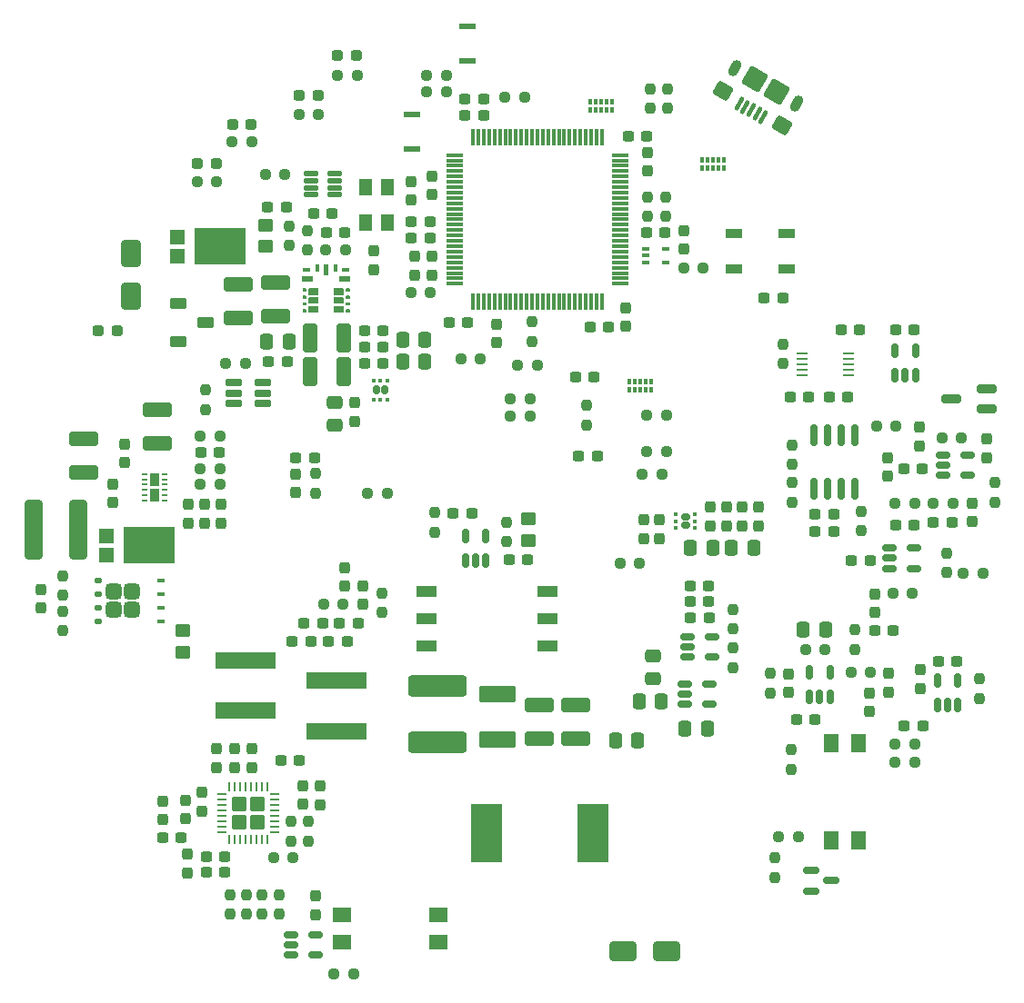
<source format=gbr>
%TF.GenerationSoftware,KiCad,Pcbnew,8.0.6*%
%TF.CreationDate,2025-01-23T19:41:03-07:00*%
%TF.ProjectId,UAM,55414d2e-6b69-4636-9164-5f7063625858,rev?*%
%TF.SameCoordinates,Original*%
%TF.FileFunction,Paste,Top*%
%TF.FilePolarity,Positive*%
%FSLAX46Y46*%
G04 Gerber Fmt 4.6, Leading zero omitted, Abs format (unit mm)*
G04 Created by KiCad (PCBNEW 8.0.6) date 2025-01-23 19:41:03*
%MOMM*%
%LPD*%
G01*
G04 APERTURE LIST*
G04 Aperture macros list*
%AMRoundRect*
0 Rectangle with rounded corners*
0 $1 Rounding radius*
0 $2 $3 $4 $5 $6 $7 $8 $9 X,Y pos of 4 corners*
0 Add a 4 corners polygon primitive as box body*
4,1,4,$2,$3,$4,$5,$6,$7,$8,$9,$2,$3,0*
0 Add four circle primitives for the rounded corners*
1,1,$1+$1,$2,$3*
1,1,$1+$1,$4,$5*
1,1,$1+$1,$6,$7*
1,1,$1+$1,$8,$9*
0 Add four rect primitives between the rounded corners*
20,1,$1+$1,$2,$3,$4,$5,0*
20,1,$1+$1,$4,$5,$6,$7,0*
20,1,$1+$1,$6,$7,$8,$9,0*
20,1,$1+$1,$8,$9,$2,$3,0*%
%AMHorizOval*
0 Thick line with rounded ends*
0 $1 width*
0 $2 $3 position (X,Y) of the first rounded end (center of the circle)*
0 $4 $5 position (X,Y) of the second rounded end (center of the circle)*
0 Add line between two ends*
20,1,$1,$2,$3,$4,$5,0*
0 Add two circle primitives to create the rounded ends*
1,1,$1,$2,$3*
1,1,$1,$4,$5*%
G04 Aperture macros list end*
%ADD10C,0.000000*%
%ADD11RoundRect,0.250000X-0.450000X0.350000X-0.450000X-0.350000X0.450000X-0.350000X0.450000X0.350000X0*%
%ADD12RoundRect,0.250000X1.100000X-0.412500X1.100000X0.412500X-1.100000X0.412500X-1.100000X-0.412500X0*%
%ADD13RoundRect,0.075000X-0.075000X-0.725000X0.075000X-0.725000X0.075000X0.725000X-0.075000X0.725000X0*%
%ADD14RoundRect,0.075000X-0.725000X-0.075000X0.725000X-0.075000X0.725000X0.075000X-0.725000X0.075000X0*%
%ADD15RoundRect,0.250000X-1.100000X0.412500X-1.100000X-0.412500X1.100000X-0.412500X1.100000X0.412500X0*%
%ADD16RoundRect,0.237500X0.300000X0.237500X-0.300000X0.237500X-0.300000X-0.237500X0.300000X-0.237500X0*%
%ADD17RoundRect,0.237500X-0.250000X-0.237500X0.250000X-0.237500X0.250000X0.237500X-0.250000X0.237500X0*%
%ADD18RoundRect,0.237500X0.237500X-0.300000X0.237500X0.300000X-0.237500X0.300000X-0.237500X-0.300000X0*%
%ADD19RoundRect,0.237500X0.250000X0.237500X-0.250000X0.237500X-0.250000X-0.237500X0.250000X-0.237500X0*%
%ADD20R,5.689600X1.600200*%
%ADD21RoundRect,0.237500X-0.237500X0.300000X-0.237500X-0.300000X0.237500X-0.300000X0.237500X0.300000X0*%
%ADD22RoundRect,0.237500X-0.237500X0.250000X-0.237500X-0.250000X0.237500X-0.250000X0.237500X0.250000X0*%
%ADD23RoundRect,0.062500X0.337500X-0.062500X0.337500X0.062500X-0.337500X0.062500X-0.337500X-0.062500X0*%
%ADD24RoundRect,0.062500X0.062500X-0.337500X0.062500X0.337500X-0.062500X0.337500X-0.062500X-0.337500X0*%
%ADD25RoundRect,0.250000X0.455000X-0.455000X0.455000X0.455000X-0.455000X0.455000X-0.455000X-0.455000X0*%
%ADD26RoundRect,0.237500X-0.300000X-0.237500X0.300000X-0.237500X0.300000X0.237500X-0.300000X0.237500X0*%
%ADD27RoundRect,0.437500X-0.437500X-2.362500X0.437500X-2.362500X0.437500X2.362500X-0.437500X2.362500X0*%
%ADD28R,2.900000X5.400000*%
%ADD29RoundRect,0.237500X0.237500X-0.250000X0.237500X0.250000X-0.237500X0.250000X-0.237500X-0.250000X0*%
%ADD30RoundRect,0.150000X-0.150000X0.825000X-0.150000X-0.825000X0.150000X-0.825000X0.150000X0.825000X0*%
%ADD31R,1.500000X0.550000*%
%ADD32RoundRect,0.150000X-0.512500X-0.150000X0.512500X-0.150000X0.512500X0.150000X-0.512500X0.150000X0*%
%ADD33RoundRect,0.250000X0.337500X0.475000X-0.337500X0.475000X-0.337500X-0.475000X0.337500X-0.475000X0*%
%ADD34RoundRect,0.250000X-0.550000X0.250000X-0.550000X-0.250000X0.550000X-0.250000X0.550000X0.250000X0*%
%ADD35R,4.860000X3.360000*%
%ADD36R,1.400000X1.390000*%
%ADD37RoundRect,0.250000X-0.475000X0.337500X-0.475000X-0.337500X0.475000X-0.337500X0.475000X0.337500X0*%
%ADD38RoundRect,0.150000X0.150000X-0.512500X0.150000X0.512500X-0.150000X0.512500X-0.150000X-0.512500X0*%
%ADD39RoundRect,0.250000X-1.450000X0.537500X-1.450000X-0.537500X1.450000X-0.537500X1.450000X0.537500X0*%
%ADD40RoundRect,0.125000X-0.537500X-0.125000X0.537500X-0.125000X0.537500X0.125000X-0.537500X0.125000X0*%
%ADD41RoundRect,0.237500X0.287500X0.237500X-0.287500X0.237500X-0.287500X-0.237500X0.287500X-0.237500X0*%
%ADD42RoundRect,0.250000X-0.337500X-0.475000X0.337500X-0.475000X0.337500X0.475000X-0.337500X0.475000X0*%
%ADD43RoundRect,0.250000X0.475000X-0.337500X0.475000X0.337500X-0.475000X0.337500X-0.475000X-0.337500X0*%
%ADD44RoundRect,0.093750X0.093750X0.106250X-0.093750X0.106250X-0.093750X-0.106250X0.093750X-0.106250X0*%
%ADD45RoundRect,0.160000X0.245000X0.160000X-0.245000X0.160000X-0.245000X-0.160000X0.245000X-0.160000X0*%
%ADD46RoundRect,0.090000X0.660000X0.360000X-0.660000X0.360000X-0.660000X-0.360000X0.660000X-0.360000X0*%
%ADD47RoundRect,0.075000X-0.075000X-0.200000X0.075000X-0.200000X0.075000X0.200000X-0.075000X0.200000X0*%
%ADD48RoundRect,0.250000X-0.650000X1.000000X-0.650000X-1.000000X0.650000X-1.000000X0.650000X1.000000X0*%
%ADD49RoundRect,0.250000X-0.412500X-1.100000X0.412500X-1.100000X0.412500X1.100000X-0.412500X1.100000X0*%
%ADD50RoundRect,0.200000X0.700000X0.200000X-0.700000X0.200000X-0.700000X-0.200000X0.700000X-0.200000X0*%
%ADD51RoundRect,0.162500X-0.617500X-0.162500X0.617500X-0.162500X0.617500X0.162500X-0.617500X0.162500X0*%
%ADD52RoundRect,0.250000X1.000000X0.650000X-1.000000X0.650000X-1.000000X-0.650000X1.000000X-0.650000X0*%
%ADD53RoundRect,0.249999X-2.450001X0.737501X-2.450001X-0.737501X2.450001X-0.737501X2.450001X0.737501X0*%
%ADD54RoundRect,0.075000X0.075000X0.200000X-0.075000X0.200000X-0.075000X-0.200000X0.075000X-0.200000X0*%
%ADD55HorizOval,0.900000X-0.175000X-0.303109X0.175000X0.303109X0*%
%ADD56RoundRect,0.250000X0.701314X0.114711X-0.251314X0.664711X-0.701314X-0.114711X0.251314X-0.664711X0*%
%ADD57RoundRect,0.250000X0.956218X0.256218X-0.256218X0.956218X-0.956218X-0.256218X0.256218X-0.956218X0*%
%ADD58RoundRect,0.100000X0.374103X0.447965X0.200897X0.547965X-0.374103X-0.447965X-0.200897X-0.547965X0*%
%ADD59R,1.100000X0.250000*%
%ADD60RoundRect,0.100000X0.275000X0.100000X-0.275000X0.100000X-0.275000X-0.100000X0.275000X-0.100000X0*%
%ADD61RoundRect,0.125000X0.250000X0.125000X-0.250000X0.125000X-0.250000X-0.125000X0.250000X-0.125000X0*%
%ADD62RoundRect,0.375000X0.375000X0.375000X-0.375000X0.375000X-0.375000X-0.375000X0.375000X-0.375000X0*%
%ADD63R,1.701800X1.397000*%
%ADD64RoundRect,0.150000X-0.587500X-0.150000X0.587500X-0.150000X0.587500X0.150000X-0.587500X0.150000X0*%
%ADD65R,1.397000X1.701800*%
%ADD66RoundRect,0.093750X-0.106250X0.093750X-0.106250X-0.093750X0.106250X-0.093750X0.106250X0.093750X0*%
%ADD67RoundRect,0.160000X-0.160000X0.245000X-0.160000X-0.245000X0.160000X-0.245000X0.160000X0.245000X0*%
%ADD68RoundRect,0.062500X-0.187500X-0.062500X0.187500X-0.062500X0.187500X0.062500X-0.187500X0.062500X0*%
%ADD69R,0.950000X1.170000*%
%ADD70R,0.399999X0.800001*%
%ADD71R,0.800001X0.399999*%
%ADD72R,1.100000X0.499999*%
%ADD73RoundRect,0.054500X-0.860500X-0.490500X0.860500X-0.490500X0.860500X0.490500X-0.860500X0.490500X0*%
%ADD74R,1.830000X1.090000*%
%ADD75R,1.300000X1.600000*%
%ADD76RoundRect,0.100000X-0.225000X-0.100000X0.225000X-0.100000X0.225000X0.100000X-0.225000X0.100000X0*%
%ADD77RoundRect,0.237500X-0.287500X-0.237500X0.287500X-0.237500X0.287500X0.237500X-0.287500X0.237500X0*%
G04 APERTURE END LIST*
D10*
%TO.C,U4*%
G36*
X52121389Y-37945096D02*
G01*
X52130770Y-37947941D01*
X52139413Y-37952561D01*
X52146990Y-37958779D01*
X52153208Y-37966356D01*
X52157831Y-37974999D01*
X52160675Y-37984380D01*
X52161636Y-37994136D01*
X52161636Y-38894136D01*
X52160675Y-38903890D01*
X52157831Y-38913270D01*
X52153208Y-38921914D01*
X52146990Y-38929491D01*
X52139413Y-38935709D01*
X52130770Y-38940329D01*
X52121389Y-38943174D01*
X52111636Y-38944136D01*
X51811636Y-38944136D01*
X51801883Y-38943174D01*
X51792502Y-38940329D01*
X51783859Y-38935709D01*
X51776282Y-38929491D01*
X51770064Y-38921914D01*
X51765441Y-38913270D01*
X51762597Y-38903890D01*
X51761636Y-38894136D01*
X51761636Y-37994136D01*
X51762597Y-37984380D01*
X51765441Y-37974999D01*
X51770064Y-37966356D01*
X51776282Y-37958779D01*
X51783859Y-37952561D01*
X51792502Y-37947941D01*
X51801883Y-37945096D01*
X51811636Y-37944136D01*
X52111636Y-37944136D01*
X52121389Y-37945096D01*
G37*
G36*
X54161637Y-42194137D02*
G01*
X54161637Y-42394137D01*
X54111637Y-42444137D01*
X53836636Y-42444137D01*
X53786636Y-42394137D01*
X53786636Y-42194137D01*
X53836636Y-42144138D01*
X54111637Y-42144138D01*
X54161637Y-42194137D01*
G37*
G36*
X54161637Y-41544139D02*
G01*
X54161637Y-41744138D01*
X54111637Y-41794138D01*
X53836636Y-41794138D01*
X53786636Y-41744138D01*
X53786636Y-41544139D01*
X53836636Y-41494139D01*
X54111637Y-41494139D01*
X54161637Y-41544139D01*
G37*
G36*
X54161637Y-40894138D02*
G01*
X54161637Y-41094137D01*
X54111637Y-41144137D01*
X53836636Y-41144137D01*
X53786636Y-41094137D01*
X53786636Y-40894138D01*
X53836636Y-40844138D01*
X54111637Y-40844138D01*
X54161637Y-40894138D01*
G37*
G36*
X54161637Y-40244136D02*
G01*
X54161637Y-40444136D01*
X54111637Y-40494136D01*
X53836636Y-40494136D01*
X53786636Y-40444136D01*
X53786636Y-40244136D01*
X53836636Y-40194136D01*
X54111637Y-40194136D01*
X54161637Y-40244136D01*
G37*
G36*
X53586637Y-41874141D02*
G01*
X53586637Y-42384137D01*
X53536637Y-42434137D01*
X52716638Y-42434137D01*
X52666638Y-42384137D01*
X52666638Y-41874141D01*
X52716638Y-41824141D01*
X53536637Y-41824141D01*
X53586637Y-41874141D01*
G37*
G36*
X53586637Y-41064140D02*
G01*
X53586637Y-41574141D01*
X53536637Y-41624141D01*
X52716638Y-41624141D01*
X52666638Y-41574141D01*
X52666638Y-41064140D01*
X52716638Y-41014140D01*
X53536637Y-41014140D01*
X53586637Y-41064140D01*
G37*
G36*
X53586637Y-40254139D02*
G01*
X53586637Y-40764140D01*
X53536637Y-40814140D01*
X52716638Y-40814140D01*
X52666638Y-40764140D01*
X52666638Y-40254139D01*
X52716638Y-40204139D01*
X53536637Y-40204139D01*
X53586637Y-40254139D01*
G37*
G36*
X51256634Y-41874141D02*
G01*
X51256634Y-42384137D01*
X51206634Y-42434137D01*
X50386635Y-42434137D01*
X50336635Y-42384137D01*
X50336635Y-41874141D01*
X50386635Y-41824141D01*
X51206634Y-41824141D01*
X51256634Y-41874141D01*
G37*
G36*
X51256634Y-41064140D02*
G01*
X51256634Y-41574141D01*
X51206634Y-41624141D01*
X50386635Y-41624141D01*
X50336635Y-41574141D01*
X50336635Y-41064140D01*
X50386635Y-41014140D01*
X51206634Y-41014140D01*
X51256634Y-41064140D01*
G37*
G36*
X51256634Y-40254139D02*
G01*
X51256634Y-40764140D01*
X51206634Y-40814140D01*
X50386635Y-40814140D01*
X50336635Y-40764140D01*
X50336635Y-40254139D01*
X50386635Y-40204139D01*
X51206634Y-40204139D01*
X51256634Y-40254139D01*
G37*
G36*
X50136636Y-42194137D02*
G01*
X50136636Y-42394137D01*
X50086636Y-42444137D01*
X49811635Y-42444137D01*
X49761635Y-42394137D01*
X49761635Y-42194137D01*
X49811635Y-42144138D01*
X50086636Y-42144138D01*
X50136636Y-42194137D01*
G37*
G36*
X50136636Y-41544139D02*
G01*
X50136636Y-41744138D01*
X50086636Y-41794138D01*
X49811635Y-41794138D01*
X49761635Y-41744138D01*
X49761635Y-41544139D01*
X49811635Y-41494139D01*
X50086636Y-41494139D01*
X50136636Y-41544139D01*
G37*
G36*
X50136636Y-40894138D02*
G01*
X50136636Y-41094137D01*
X50086636Y-41144137D01*
X49811635Y-41144137D01*
X49761635Y-41094137D01*
X49761635Y-40894138D01*
X49811635Y-40844138D01*
X50086636Y-40844138D01*
X50136636Y-40894138D01*
G37*
G36*
X50136636Y-40244136D02*
G01*
X50136636Y-40444136D01*
X50086636Y-40494136D01*
X49811635Y-40494136D01*
X49761635Y-40444136D01*
X49761635Y-40244136D01*
X49811635Y-40194136D01*
X50086636Y-40194136D01*
X50136636Y-40244136D01*
G37*
%TD*%
D11*
%TO.C,R35*%
X38624136Y-74094136D03*
X38624136Y-72094136D03*
%TD*%
D12*
%TO.C,C55*%
X36224136Y-51531636D03*
X36224136Y-54656636D03*
%TD*%
D13*
%TO.C,U1*%
X65636636Y-26094136D03*
X66136636Y-26094136D03*
X66636636Y-26094136D03*
X67136636Y-26094136D03*
X67636636Y-26094136D03*
X68136636Y-26094136D03*
X68636636Y-26094136D03*
X69136636Y-26094136D03*
X69636636Y-26094136D03*
X70136636Y-26094136D03*
X70636636Y-26094136D03*
X71136636Y-26094136D03*
X71636636Y-26094136D03*
X72136636Y-26094136D03*
X72636636Y-26094136D03*
X73136636Y-26094136D03*
X73636636Y-26094136D03*
X74136636Y-26094136D03*
X74636636Y-26094136D03*
X75136636Y-26094136D03*
X75636636Y-26094136D03*
X76136636Y-26094136D03*
X76636636Y-26094136D03*
X77136636Y-26094136D03*
X77636636Y-26094136D03*
D14*
X79311636Y-27769136D03*
X79311636Y-28269136D03*
X79311636Y-28769136D03*
X79311636Y-29269136D03*
X79311636Y-29769136D03*
X79311636Y-30269136D03*
X79311636Y-30769136D03*
X79311636Y-31269136D03*
X79311636Y-31769136D03*
X79311636Y-32269136D03*
X79311636Y-32769136D03*
X79311636Y-33269136D03*
X79311636Y-33769136D03*
X79311636Y-34269136D03*
X79311636Y-34769136D03*
X79311636Y-35269136D03*
X79311636Y-35769136D03*
X79311636Y-36269136D03*
X79311636Y-36769136D03*
X79311636Y-37269136D03*
X79311636Y-37769136D03*
X79311636Y-38269136D03*
X79311636Y-38769136D03*
X79311636Y-39269136D03*
X79311636Y-39769136D03*
D13*
X77636636Y-41444136D03*
X77136636Y-41444136D03*
X76636636Y-41444136D03*
X76136636Y-41444136D03*
X75636636Y-41444136D03*
X75136636Y-41444136D03*
X74636636Y-41444136D03*
X74136636Y-41444136D03*
X73636636Y-41444136D03*
X73136636Y-41444136D03*
X72636636Y-41444136D03*
X72136636Y-41444136D03*
X71636636Y-41444136D03*
X71136636Y-41444136D03*
X70636636Y-41444136D03*
X70136636Y-41444136D03*
X69636636Y-41444136D03*
X69136636Y-41444136D03*
X68636636Y-41444136D03*
X68136636Y-41444136D03*
X67636636Y-41444136D03*
X67136636Y-41444136D03*
X66636636Y-41444136D03*
X66136636Y-41444136D03*
X65636636Y-41444136D03*
D14*
X63961636Y-39769136D03*
X63961636Y-39269136D03*
X63961636Y-38769136D03*
X63961636Y-38269136D03*
X63961636Y-37769136D03*
X63961636Y-37269136D03*
X63961636Y-36769136D03*
X63961636Y-36269136D03*
X63961636Y-35769136D03*
X63961636Y-35269136D03*
X63961636Y-34769136D03*
X63961636Y-34269136D03*
X63961636Y-33769136D03*
X63961636Y-33269136D03*
X63961636Y-32769136D03*
X63961636Y-32269136D03*
X63961636Y-31769136D03*
X63961636Y-31269136D03*
X63961636Y-30769136D03*
X63961636Y-30269136D03*
X63961636Y-29769136D03*
X63961636Y-29269136D03*
X63961636Y-28769136D03*
X63961636Y-28269136D03*
X63961636Y-27769136D03*
%TD*%
D15*
%TO.C,C17*%
X47224136Y-42756636D03*
X47224136Y-39631636D03*
%TD*%
D16*
%TO.C,C21*%
X46599136Y-46994136D03*
X48324136Y-46994136D03*
%TD*%
D17*
%TO.C,R57*%
X102636636Y-75944136D03*
X100811636Y-75944136D03*
%TD*%
D18*
%TO.C,C23*%
X85261636Y-34831636D03*
X85261636Y-36556636D03*
%TD*%
%TO.C,C68*%
X113424136Y-54231636D03*
X113424136Y-55956636D03*
%TD*%
D19*
%TO.C,R54*%
X69811636Y-47394136D03*
X71636636Y-47394136D03*
%TD*%
D18*
%TO.C,C93*%
X40424136Y-87194136D03*
X40424136Y-88919136D03*
%TD*%
D20*
%TO.C,L4*%
X44424136Y-74844636D03*
X44424136Y-79543636D03*
%TD*%
D15*
%TO.C,C14*%
X71824136Y-82156636D03*
X71824136Y-79031636D03*
%TD*%
D19*
%TO.C,R64*%
X94111636Y-91294136D03*
X95936636Y-91294136D03*
%TD*%
D17*
%TO.C,R33*%
X70936636Y-52094136D03*
X69111636Y-52094136D03*
%TD*%
D21*
%TO.C,C105*%
X36724136Y-89694136D03*
X36724136Y-87969136D03*
%TD*%
D22*
%TO.C,R45*%
X47564136Y-98506636D03*
X47564136Y-96681636D03*
%TD*%
%TO.C,R34*%
X40761636Y-51506636D03*
X40761636Y-49681636D03*
%TD*%
D17*
%TO.C,R32*%
X70936636Y-50494136D03*
X69111636Y-50494136D03*
%TD*%
D19*
%TO.C,R15*%
X39936636Y-30294136D03*
X41761636Y-30294136D03*
%TD*%
%TO.C,R19*%
X61311636Y-21894136D03*
X63136636Y-21894136D03*
%TD*%
D22*
%TO.C,R48*%
X46024136Y-98506636D03*
X46024136Y-96681636D03*
%TD*%
D23*
%TO.C,U18*%
X42274136Y-90844136D03*
X42274136Y-90344136D03*
X42274136Y-89844136D03*
X42274136Y-89344136D03*
X42274136Y-88844136D03*
X42274136Y-88344136D03*
X42274136Y-87844136D03*
X42274136Y-87344136D03*
D24*
X42974136Y-86644136D03*
X43474136Y-86644136D03*
X43974136Y-86644136D03*
X44474136Y-86644136D03*
X44974136Y-86644136D03*
X45474136Y-86644136D03*
X45974136Y-86644136D03*
X46474136Y-86644136D03*
D23*
X47174136Y-87344136D03*
X47174136Y-87844136D03*
X47174136Y-88344136D03*
X47174136Y-88844136D03*
X47174136Y-89344136D03*
X47174136Y-89844136D03*
X47174136Y-90344136D03*
X47174136Y-90844136D03*
D24*
X46474136Y-91544136D03*
X45974136Y-91544136D03*
X45474136Y-91544136D03*
X44974136Y-91544136D03*
X44474136Y-91544136D03*
X43974136Y-91544136D03*
X43474136Y-91544136D03*
X42974136Y-91544136D03*
D25*
X45599136Y-88219136D03*
X43849136Y-88219136D03*
X45599136Y-89969136D03*
X43849136Y-89969136D03*
%TD*%
D26*
%TO.C,C65*%
X110224136Y-61994136D03*
X108499136Y-61994136D03*
%TD*%
D17*
%TO.C,R74*%
X106736636Y-84394136D03*
X104911636Y-84394136D03*
%TD*%
D19*
%TO.C,R27*%
X40249136Y-58494136D03*
X42074136Y-58494136D03*
%TD*%
D27*
%TO.C,L1*%
X28924136Y-62694136D03*
X24749136Y-62694136D03*
%TD*%
D28*
%TO.C,L2*%
X76774136Y-90994136D03*
X66874136Y-90994136D03*
%TD*%
D17*
%TO.C,R65*%
X54536636Y-104094136D03*
X52711636Y-104094136D03*
%TD*%
D18*
%TO.C,C77*%
X51374136Y-86581636D03*
X51374136Y-88306636D03*
%TD*%
D19*
%TO.C,R73*%
X104911636Y-82694136D03*
X106736636Y-82694136D03*
%TD*%
D17*
%TO.C,R12*%
X48136636Y-29544136D03*
X46311636Y-29544136D03*
%TD*%
D16*
%TO.C,C109*%
X68999136Y-65494136D03*
X70724136Y-65494136D03*
%TD*%
D26*
%TO.C,C110*%
X76886636Y-48494136D03*
X75161636Y-48494136D03*
%TD*%
D29*
%TO.C,R8*%
X83561636Y-31681636D03*
X83561636Y-33506636D03*
%TD*%
D26*
%TO.C,C1*%
X66624136Y-24094136D03*
X64899136Y-24094136D03*
%TD*%
D22*
%TO.C,R22*%
X89824136Y-71919136D03*
X89824136Y-70094136D03*
%TD*%
D15*
%TO.C,C12*%
X75224136Y-82156636D03*
X75224136Y-79031636D03*
%TD*%
D21*
%TO.C,C31*%
X83024136Y-63494136D03*
X83024136Y-61769136D03*
%TD*%
D30*
%TO.C,U15*%
X101229136Y-58869136D03*
X99959136Y-58869136D03*
X98689136Y-58869136D03*
X97419136Y-58869136D03*
X97419136Y-53919136D03*
X98689136Y-53919136D03*
X99959136Y-53919136D03*
X101229136Y-53919136D03*
%TD*%
D17*
%TO.C,R30*%
X83636636Y-51994136D03*
X81811636Y-51994136D03*
%TD*%
D16*
%TO.C,C100*%
X103061636Y-72044136D03*
X104786636Y-72044136D03*
%TD*%
D31*
%TO.C,SW2*%
X59924136Y-23969136D03*
X59924136Y-27219136D03*
%TD*%
D16*
%TO.C,C15*%
X51999136Y-34994136D03*
X53724136Y-34994136D03*
%TD*%
D15*
%TO.C,C16*%
X43761636Y-42956636D03*
X43761636Y-39831636D03*
%TD*%
D29*
%TO.C,R10*%
X50261636Y-34794136D03*
X50261636Y-36619136D03*
%TD*%
D31*
%TO.C,SW1*%
X65124136Y-19019136D03*
X65124136Y-15769136D03*
%TD*%
D29*
%TO.C,R21*%
X48561636Y-34394136D03*
X48561636Y-36219136D03*
%TD*%
D17*
%TO.C,R52*%
X66336636Y-46794136D03*
X64511636Y-46794136D03*
%TD*%
D21*
%TO.C,C53*%
X49104136Y-59209136D03*
X49104136Y-57484136D03*
%TD*%
D32*
%TO.C,U14*%
X111661636Y-55744136D03*
X111661636Y-57644136D03*
X109386636Y-57644136D03*
X109386636Y-56694136D03*
X109386636Y-55744136D03*
%TD*%
D16*
%TO.C,C50*%
X85861636Y-69394136D03*
X87586636Y-69394136D03*
%TD*%
D29*
%TO.C,R6*%
X82124136Y-21581636D03*
X82124136Y-23406636D03*
%TD*%
D33*
%TO.C,C20*%
X46424136Y-45194136D03*
X48499136Y-45194136D03*
%TD*%
D18*
%TO.C,C95*%
X41724136Y-83131636D03*
X41724136Y-84856636D03*
%TD*%
D19*
%TO.C,R55*%
X51711636Y-69594136D03*
X53536636Y-69594136D03*
%TD*%
D29*
%TO.C,R56*%
X95224136Y-83181636D03*
X95224136Y-85006636D03*
%TD*%
D18*
%TO.C,C37*%
X90724136Y-60594136D03*
X90724136Y-62319136D03*
%TD*%
D26*
%TO.C,C88*%
X38486636Y-91364136D03*
X36761636Y-91364136D03*
%TD*%
D34*
%TO.C,SW3*%
X38211636Y-45144136D03*
X40711636Y-43394136D03*
X38211636Y-41644136D03*
%TD*%
D26*
%TO.C,C61*%
X42024136Y-55494136D03*
X40299136Y-55494136D03*
%TD*%
D35*
%TO.C,D8*%
X35524136Y-64159136D03*
D36*
X31542136Y-65079136D03*
X31542136Y-63239136D03*
%TD*%
D17*
%TO.C,R38*%
X110336636Y-60194136D03*
X108511636Y-60194136D03*
%TD*%
D18*
%TO.C,C40*%
X67824136Y-43531636D03*
X67824136Y-45256636D03*
%TD*%
%TO.C,C101*%
X103024136Y-68681636D03*
X103024136Y-70406636D03*
%TD*%
D21*
%TO.C,C98*%
X95024136Y-77856636D03*
X95024136Y-76131636D03*
%TD*%
D37*
%TO.C,C22*%
X52761636Y-52931636D03*
X52761636Y-50856636D03*
%TD*%
D33*
%TO.C,C35*%
X85886636Y-64394136D03*
X87961636Y-64394136D03*
%TD*%
D19*
%TO.C,R39*%
X109311636Y-54094136D03*
X111136636Y-54094136D03*
%TD*%
%TO.C,R37*%
X104924136Y-60194136D03*
X106749136Y-60194136D03*
%TD*%
D38*
%TO.C,U24*%
X104924136Y-45994136D03*
X106824136Y-45994136D03*
X106824136Y-48269136D03*
X105874136Y-48269136D03*
X104924136Y-48269136D03*
%TD*%
D32*
%TO.C,U12*%
X87861636Y-72644136D03*
X87861636Y-74544136D03*
X85586636Y-74544136D03*
X85586636Y-73594136D03*
X85586636Y-72644136D03*
%TD*%
%TO.C,U20*%
X106699136Y-64394136D03*
X106699136Y-66294136D03*
X104424136Y-66294136D03*
X104424136Y-65344136D03*
X104424136Y-64394136D03*
%TD*%
D21*
%TO.C,C51*%
X32124136Y-60156636D03*
X32124136Y-58431636D03*
%TD*%
D33*
%TO.C,C47*%
X85386636Y-81194136D03*
X87461636Y-81194136D03*
%TD*%
D17*
%TO.C,R11*%
X87074136Y-38294136D03*
X85249136Y-38294136D03*
%TD*%
D39*
%TO.C,C63*%
X67924136Y-82269136D03*
X67924136Y-77994136D03*
%TD*%
D16*
%TO.C,C103*%
X100861636Y-65544136D03*
X102586636Y-65544136D03*
%TD*%
%TO.C,C49*%
X85861636Y-67894136D03*
X87586636Y-67894136D03*
%TD*%
D40*
%TO.C,U7*%
X52799136Y-29519136D03*
X52799136Y-30169136D03*
X52799136Y-30819136D03*
X52799136Y-31469136D03*
X50524136Y-31469136D03*
X50524136Y-30819136D03*
X50524136Y-30169136D03*
X50524136Y-29519136D03*
%TD*%
D41*
%TO.C,D3*%
X53049136Y-18494136D03*
X54799136Y-18494136D03*
%TD*%
D16*
%TO.C,C83*%
X52199136Y-73094136D03*
X53924136Y-73094136D03*
%TD*%
D17*
%TO.C,R43*%
X105024136Y-52994136D03*
X103199136Y-52994136D03*
%TD*%
D38*
%TO.C,U19*%
X96974136Y-76006636D03*
X98874136Y-76006636D03*
X98874136Y-78281636D03*
X97924136Y-78281636D03*
X96974136Y-78281636D03*
%TD*%
D19*
%TO.C,R9*%
X51949136Y-36594136D03*
X53774136Y-36594136D03*
%TD*%
D18*
%TO.C,C84*%
X55424136Y-67931636D03*
X55424136Y-69656636D03*
%TD*%
D21*
%TO.C,C25*%
X54661636Y-52594136D03*
X54661636Y-50869136D03*
%TD*%
%TO.C,C8*%
X81861636Y-29256636D03*
X81861636Y-27531636D03*
%TD*%
D42*
%TO.C,C27*%
X61161636Y-46981636D03*
X59086636Y-46981636D03*
%TD*%
D16*
%TO.C,C107*%
X85886636Y-70894136D03*
X87611636Y-70894136D03*
%TD*%
D19*
%TO.C,R36*%
X55811636Y-59294136D03*
X57636636Y-59294136D03*
%TD*%
D18*
%TO.C,C114*%
X107244136Y-75741636D03*
X107244136Y-77466636D03*
%TD*%
D17*
%TO.C,R20*%
X83236636Y-57494136D03*
X81411636Y-57494136D03*
%TD*%
D18*
%TO.C,C87*%
X45024136Y-83131636D03*
X45024136Y-84856636D03*
%TD*%
D22*
%TO.C,R40*%
X114224136Y-60106636D03*
X114224136Y-58281636D03*
%TD*%
D16*
%TO.C,C102*%
X104961636Y-62244136D03*
X106686636Y-62244136D03*
%TD*%
D43*
%TO.C,C48*%
X82424136Y-74456636D03*
X82424136Y-76531636D03*
%TD*%
D26*
%TO.C,C113*%
X110686636Y-74994136D03*
X108961636Y-74994136D03*
%TD*%
D21*
%TO.C,C32*%
X81524136Y-63494136D03*
X81524136Y-61769136D03*
%TD*%
D18*
%TO.C,C115*%
X102524136Y-77894136D03*
X102524136Y-79619136D03*
%TD*%
D16*
%TO.C,C39*%
X92761636Y-41094136D03*
X94486636Y-41094136D03*
%TD*%
%TO.C,C5*%
X63399136Y-43394136D03*
X65124136Y-43394136D03*
%TD*%
D18*
%TO.C,C92*%
X43424136Y-83131636D03*
X43424136Y-84856636D03*
%TD*%
%TO.C,C59*%
X40661636Y-60331636D03*
X40661636Y-62056636D03*
%TD*%
%TO.C,C38*%
X89224136Y-60594136D03*
X89224136Y-62319136D03*
%TD*%
D26*
%TO.C,C52*%
X50886636Y-55956636D03*
X49161636Y-55956636D03*
%TD*%
D16*
%TO.C,C29*%
X55561636Y-45681636D03*
X57286636Y-45681636D03*
%TD*%
D26*
%TO.C,C81*%
X42536636Y-93144136D03*
X40811636Y-93144136D03*
%TD*%
%TO.C,C73*%
X106686636Y-44094136D03*
X104961636Y-44094136D03*
%TD*%
D29*
%TO.C,R5*%
X83724136Y-21581636D03*
X83724136Y-23406636D03*
%TD*%
D19*
%TO.C,R68*%
X79311636Y-65794136D03*
X81136636Y-65794136D03*
%TD*%
D29*
%TO.C,R42*%
X95324136Y-54781636D03*
X95324136Y-56606636D03*
%TD*%
D16*
%TO.C,C7*%
X76561636Y-43794136D03*
X78286636Y-43794136D03*
%TD*%
D44*
%TO.C,U2*%
X84536636Y-62544136D03*
X84536636Y-61894136D03*
X84536636Y-61244136D03*
X86311636Y-61244136D03*
X86311636Y-61894136D03*
X86311636Y-62544136D03*
D45*
X85424136Y-61494136D03*
X85424136Y-62294136D03*
%TD*%
D16*
%TO.C,C43*%
X59899136Y-33994136D03*
X61624136Y-33994136D03*
%TD*%
D18*
%TO.C,C60*%
X39161636Y-60331636D03*
X39161636Y-62056636D03*
%TD*%
%TO.C,C33*%
X87724136Y-60594136D03*
X87724136Y-62319136D03*
%TD*%
D22*
%TO.C,R72*%
X76224136Y-52906636D03*
X76224136Y-51081636D03*
%TD*%
D16*
%TO.C,C111*%
X75461636Y-55794136D03*
X77186636Y-55794136D03*
%TD*%
D46*
%TO.C,D2*%
X89924136Y-38394136D03*
X89924136Y-35094136D03*
X94824136Y-35094136D03*
X94824136Y-38394136D03*
%TD*%
D29*
%TO.C,R46*%
X50324136Y-89881636D03*
X50324136Y-91706636D03*
%TD*%
D47*
%TO.C,U10*%
X80224136Y-48909136D03*
X80724136Y-48909136D03*
X81224136Y-48909136D03*
X81724136Y-48909136D03*
X82224136Y-48909136D03*
X82224136Y-49679136D03*
X81724136Y-49679136D03*
X81224136Y-49679136D03*
X80724136Y-49679136D03*
X80224136Y-49679136D03*
%TD*%
D18*
%TO.C,C54*%
X33161636Y-54731636D03*
X33161636Y-56456636D03*
%TD*%
D21*
%TO.C,C62*%
X25424136Y-69956636D03*
X25424136Y-68231636D03*
%TD*%
D48*
%TO.C,D1*%
X33761636Y-40907136D03*
X33761636Y-36907136D03*
%TD*%
D16*
%TO.C,C24*%
X81799136Y-34994136D03*
X83524136Y-34994136D03*
%TD*%
D41*
%TO.C,D5*%
X39974136Y-28594136D03*
X41724136Y-28594136D03*
%TD*%
D19*
%TO.C,R1*%
X59849136Y-40594136D03*
X61674136Y-40594136D03*
%TD*%
D42*
%TO.C,C34*%
X91761636Y-64394136D03*
X89686636Y-64394136D03*
%TD*%
D29*
%TO.C,R67*%
X94524136Y-45381636D03*
X94524136Y-47206636D03*
%TD*%
D18*
%TO.C,C36*%
X92224136Y-60594136D03*
X92224136Y-62319136D03*
%TD*%
D29*
%TO.C,R59*%
X93324136Y-76081636D03*
X93324136Y-77906636D03*
%TD*%
%TO.C,R66*%
X93724136Y-93281636D03*
X93724136Y-95106636D03*
%TD*%
D17*
%TO.C,R13*%
X54836636Y-20394136D03*
X53011636Y-20394136D03*
%TD*%
D21*
%TO.C,C3*%
X79861636Y-43756636D03*
X79861636Y-42031636D03*
%TD*%
D17*
%TO.C,R50*%
X48886636Y-93244136D03*
X47061636Y-93244136D03*
%TD*%
D16*
%TO.C,C91*%
X48799136Y-73094136D03*
X50524136Y-73094136D03*
%TD*%
D49*
%TO.C,C18*%
X53624136Y-47994136D03*
X50499136Y-47994136D03*
%TD*%
D17*
%TO.C,R31*%
X83636636Y-55394136D03*
X81811636Y-55394136D03*
%TD*%
D22*
%TO.C,R7*%
X81861636Y-33506636D03*
X81861636Y-31681636D03*
%TD*%
%TO.C,R29*%
X27424136Y-72106636D03*
X27424136Y-70281636D03*
%TD*%
D17*
%TO.C,R61*%
X106536636Y-68644136D03*
X104711636Y-68644136D03*
%TD*%
D19*
%TO.C,R3*%
X42611636Y-47194136D03*
X44436636Y-47194136D03*
%TD*%
D26*
%TO.C,C44*%
X48249136Y-32594136D03*
X46524136Y-32594136D03*
%TD*%
D50*
%TO.C,D9*%
X110174136Y-50494136D03*
X113474136Y-49544136D03*
X113474136Y-51444136D03*
%TD*%
D16*
%TO.C,C69*%
X105761636Y-56994136D03*
X107486636Y-56994136D03*
%TD*%
D18*
%TO.C,C10*%
X60224136Y-37231636D03*
X60224136Y-38956636D03*
%TD*%
D41*
%TO.C,D6*%
X43249136Y-24894136D03*
X44999136Y-24894136D03*
%TD*%
D16*
%TO.C,C28*%
X55524136Y-44181636D03*
X57249136Y-44181636D03*
%TD*%
D38*
%TO.C,U25*%
X108874136Y-76756636D03*
X110774136Y-76756636D03*
X110774136Y-79031636D03*
X109824136Y-79031636D03*
X108874136Y-79031636D03*
%TD*%
D51*
%TO.C,U11*%
X46061636Y-48994136D03*
X46061636Y-49944136D03*
X46061636Y-50894136D03*
X43361636Y-50894136D03*
X43361636Y-49944136D03*
X43361636Y-48994136D03*
%TD*%
D16*
%TO.C,C30*%
X55561636Y-47181636D03*
X57286636Y-47181636D03*
%TD*%
D26*
%TO.C,C2*%
X81824136Y-25994136D03*
X80099136Y-25994136D03*
%TD*%
D52*
%TO.C,D10*%
X79624136Y-101994136D03*
X83624136Y-101994136D03*
%TD*%
D53*
%TO.C,C11*%
X62324136Y-82531636D03*
X62324136Y-77256636D03*
%TD*%
D11*
%TO.C,R69*%
X70761636Y-63694136D03*
X70761636Y-61694136D03*
%TD*%
D16*
%TO.C,C94*%
X49899136Y-71394136D03*
X51624136Y-71394136D03*
%TD*%
D54*
%TO.C,U6*%
X78586636Y-23554136D03*
X78086636Y-23554136D03*
X77586636Y-23554136D03*
X77086636Y-23554136D03*
X76586636Y-23554136D03*
X76586636Y-22784136D03*
X77086636Y-22784136D03*
X77586636Y-22784136D03*
X78086636Y-22784136D03*
X78586636Y-22784136D03*
%TD*%
D29*
%TO.C,R44*%
X43024136Y-96681636D03*
X43024136Y-98506636D03*
%TD*%
D41*
%TO.C,D4*%
X49474136Y-22194136D03*
X51224136Y-22194136D03*
%TD*%
D26*
%TO.C,C4*%
X66624136Y-22594136D03*
X64899136Y-22594136D03*
%TD*%
D12*
%TO.C,C56*%
X29424136Y-54231636D03*
X29424136Y-57356636D03*
%TD*%
D38*
%TO.C,U16*%
X64911636Y-63256636D03*
X66811636Y-63256636D03*
X66811636Y-65531636D03*
X65861636Y-65531636D03*
X64911636Y-65531636D03*
%TD*%
D16*
%TO.C,C99*%
X95761636Y-80394136D03*
X97486636Y-80394136D03*
%TD*%
D49*
%TO.C,C19*%
X53624136Y-44794136D03*
X50499136Y-44794136D03*
%TD*%
D55*
%TO.C,J1*%
X90027022Y-19644136D03*
D56*
X88888625Y-21815898D03*
D57*
X91845676Y-20694136D03*
X93924136Y-21894136D03*
D56*
X94431187Y-25015898D03*
D55*
X95742790Y-22944136D03*
D58*
X90421573Y-22960754D03*
X90984489Y-23285754D03*
X91547406Y-23610754D03*
X92110323Y-23935754D03*
X92673239Y-24260754D03*
%TD*%
D16*
%TO.C,C80*%
X47761636Y-84194136D03*
X49486636Y-84194136D03*
%TD*%
D19*
%TO.C,R18*%
X61311636Y-20394136D03*
X63136636Y-20394136D03*
%TD*%
D17*
%TO.C,R14*%
X51249136Y-23994136D03*
X49424136Y-23994136D03*
%TD*%
D33*
%TO.C,C96*%
X96386636Y-71994136D03*
X98461636Y-71994136D03*
%TD*%
D29*
%TO.C,R70*%
X68761636Y-61981636D03*
X68761636Y-63806636D03*
%TD*%
D22*
%TO.C,R75*%
X112824136Y-78406636D03*
X112824136Y-76581636D03*
%TD*%
D32*
%TO.C,U21*%
X50961636Y-100444136D03*
X50961636Y-102344136D03*
X48686636Y-102344136D03*
X48686636Y-101394136D03*
X48686636Y-100444136D03*
%TD*%
D17*
%TO.C,R62*%
X113124136Y-66781636D03*
X111299136Y-66781636D03*
%TD*%
D16*
%TO.C,C108*%
X63799136Y-61144136D03*
X65524136Y-61144136D03*
%TD*%
%TO.C,C45*%
X50799136Y-33194136D03*
X52524136Y-33194136D03*
%TD*%
D42*
%TO.C,C26*%
X61161636Y-44981636D03*
X59086636Y-44981636D03*
%TD*%
D59*
%TO.C,U17*%
X96274136Y-48294136D03*
X96274136Y-47794136D03*
X96274136Y-47294136D03*
X96274136Y-46794136D03*
X96274136Y-46294136D03*
X100574136Y-46294136D03*
X100574136Y-46794136D03*
X100574136Y-47294136D03*
X100574136Y-47794136D03*
X100574136Y-48294136D03*
%TD*%
D19*
%TO.C,R2*%
X68611636Y-22414136D03*
X70436636Y-22414136D03*
%TD*%
D17*
%TO.C,R16*%
X45036636Y-26494136D03*
X43211636Y-26494136D03*
%TD*%
D18*
%TO.C,C76*%
X49824136Y-86531636D03*
X49824136Y-88256636D03*
%TD*%
%TO.C,C72*%
X107224136Y-53131636D03*
X107224136Y-54856636D03*
%TD*%
D22*
%TO.C,R23*%
X89824136Y-75519136D03*
X89824136Y-73694136D03*
%TD*%
D60*
%TO.C,Q1*%
X36574136Y-67389136D03*
X36574136Y-68659136D03*
X36574136Y-69929136D03*
X36574136Y-71199136D03*
D61*
X30769136Y-67389136D03*
X30769136Y-68659136D03*
X30769136Y-69929136D03*
X30769136Y-71199136D03*
D62*
X32174136Y-68444136D03*
X32174136Y-70144136D03*
X33874136Y-68444136D03*
X33874136Y-70144136D03*
%TD*%
D63*
%TO.C,U23*%
X62432636Y-98624136D03*
X62432636Y-101164136D03*
X53415636Y-101164136D03*
X53415636Y-98624136D03*
%TD*%
D64*
%TO.C,Q2*%
X99024136Y-95394136D03*
X97149136Y-96344136D03*
X97149136Y-94444136D03*
%TD*%
D22*
%TO.C,R26*%
X27424136Y-68806636D03*
X27424136Y-66981636D03*
%TD*%
D20*
%TO.C,L3*%
X52924136Y-76744636D03*
X52924136Y-81443636D03*
%TD*%
D16*
%TO.C,C13*%
X59899136Y-35494136D03*
X61624136Y-35494136D03*
%TD*%
D17*
%TO.C,R28*%
X42074136Y-56994136D03*
X40249136Y-56994136D03*
%TD*%
D22*
%TO.C,R71*%
X62061636Y-62906636D03*
X62061636Y-61081636D03*
%TD*%
D16*
%TO.C,C82*%
X53199136Y-71394136D03*
X54924136Y-71394136D03*
%TD*%
%TO.C,C71*%
X97481636Y-61274136D03*
X99206636Y-61274136D03*
%TD*%
D65*
%TO.C,U22*%
X98954136Y-82585636D03*
X101494136Y-82585636D03*
X101494136Y-91602636D03*
X98954136Y-91602636D03*
%TD*%
D32*
%TO.C,U9*%
X87661636Y-77044136D03*
X87661636Y-78944136D03*
X85386636Y-78944136D03*
X85386636Y-77994136D03*
X85386636Y-77044136D03*
%TD*%
D54*
%TO.C,U5*%
X88961636Y-28979136D03*
X88461636Y-28979136D03*
X87961636Y-28979136D03*
X87461636Y-28979136D03*
X86961636Y-28979136D03*
X86961636Y-28209136D03*
X87461636Y-28209136D03*
X87961636Y-28209136D03*
X88461636Y-28209136D03*
X88961636Y-28209136D03*
%TD*%
D29*
%TO.C,R41*%
X95324136Y-58281636D03*
X95324136Y-60106636D03*
%TD*%
D22*
%TO.C,R47*%
X44524136Y-98506636D03*
X44524136Y-96681636D03*
%TD*%
D29*
%TO.C,R60*%
X101224136Y-72031636D03*
X101224136Y-73856636D03*
%TD*%
D18*
%TO.C,C6*%
X61861636Y-29731636D03*
X61861636Y-31456636D03*
%TD*%
D29*
%TO.C,R49*%
X48724136Y-89894136D03*
X48724136Y-91719136D03*
%TD*%
%TO.C,R4*%
X101824136Y-60981636D03*
X101824136Y-62806636D03*
%TD*%
D11*
%TO.C,R17*%
X46361636Y-36294136D03*
X46361636Y-34294136D03*
%TD*%
D18*
%TO.C,C58*%
X42161636Y-60331636D03*
X42161636Y-62056636D03*
%TD*%
D26*
%TO.C,C112*%
X107516636Y-81004136D03*
X105791636Y-81004136D03*
%TD*%
D17*
%TO.C,R25*%
X42061636Y-53994136D03*
X40236636Y-53994136D03*
%TD*%
D66*
%TO.C,U3*%
X57674136Y-50569136D03*
X57024136Y-50569136D03*
X56374136Y-50569136D03*
X56374136Y-48794136D03*
X57024136Y-48794136D03*
X57674136Y-48794136D03*
D67*
X56624136Y-49681636D03*
X57424136Y-49681636D03*
%TD*%
D21*
%TO.C,C97*%
X104324136Y-77806636D03*
X104324136Y-76081636D03*
%TD*%
D16*
%TO.C,C75*%
X95161636Y-50294136D03*
X96886636Y-50294136D03*
%TD*%
D18*
%TO.C,C104*%
X50974136Y-96831636D03*
X50974136Y-98556636D03*
%TD*%
D68*
%TO.C,U13*%
X36961636Y-57494136D03*
X36961636Y-57994136D03*
X36961636Y-58494136D03*
X36961636Y-58994136D03*
X36961636Y-59494136D03*
X36961636Y-59994136D03*
X35061636Y-59994136D03*
X35061636Y-59494136D03*
X35061636Y-58994136D03*
X35061636Y-58494136D03*
X35061636Y-57994136D03*
X35061636Y-57494136D03*
D69*
X36011636Y-59429136D03*
X36011636Y-58059136D03*
%TD*%
D18*
%TO.C,C85*%
X39024136Y-92931636D03*
X39024136Y-94656636D03*
%TD*%
D35*
%TO.C,D7*%
X42076636Y-36307136D03*
D36*
X38094636Y-37227136D03*
X38094636Y-35387136D03*
%TD*%
D70*
%TO.C,U4*%
X51111635Y-38294135D03*
X52811637Y-38294135D03*
D71*
X53811637Y-38494137D03*
D72*
X53661638Y-39344136D03*
X50261637Y-39344136D03*
D71*
X50111637Y-38494135D03*
%TD*%
D26*
%TO.C,C79*%
X42536636Y-94644136D03*
X40811636Y-94644136D03*
%TD*%
D17*
%TO.C,R58*%
X98436636Y-73844136D03*
X96611636Y-73844136D03*
%TD*%
D18*
%TO.C,C89*%
X38874136Y-87881636D03*
X38874136Y-89606636D03*
%TD*%
D22*
%TO.C,R24*%
X50944136Y-59259136D03*
X50944136Y-57434136D03*
%TD*%
D73*
%TO.C,TR1*%
X72581636Y-68454136D03*
X72581636Y-70994136D03*
X72581636Y-73534136D03*
X61341636Y-73534136D03*
X61341636Y-70994136D03*
D74*
X61341636Y-68454136D03*
%TD*%
D21*
%TO.C,C67*%
X104224136Y-57694136D03*
X104224136Y-55969136D03*
%TD*%
D16*
%TO.C,C106*%
X99899136Y-44094136D03*
X101624136Y-44094136D03*
%TD*%
D21*
%TO.C,C90*%
X53724136Y-67956636D03*
X53724136Y-66231636D03*
%TD*%
D75*
%TO.C,Y1*%
X57661636Y-30794136D03*
X57661636Y-34094136D03*
X55661636Y-34094136D03*
X55661636Y-30794136D03*
%TD*%
D18*
%TO.C,C66*%
X112124136Y-60231636D03*
X112124136Y-61956636D03*
%TD*%
D22*
%TO.C,R51*%
X71124136Y-45119136D03*
X71124136Y-43294136D03*
%TD*%
D29*
%TO.C,R53*%
X57124136Y-68581636D03*
X57124136Y-70406636D03*
%TD*%
D76*
%TO.C,U8*%
X83611636Y-36494136D03*
X83611636Y-37794136D03*
X81711636Y-37794136D03*
X81711636Y-37144136D03*
X81711636Y-36494136D03*
%TD*%
D16*
%TO.C,C70*%
X97499136Y-62894136D03*
X99224136Y-62894136D03*
%TD*%
D18*
%TO.C,C42*%
X59861636Y-30231636D03*
X59861636Y-31956636D03*
%TD*%
D29*
%TO.C,R63*%
X109724136Y-64881636D03*
X109724136Y-66706636D03*
%TD*%
D18*
%TO.C,C41*%
X56424136Y-36731636D03*
X56424136Y-38456636D03*
%TD*%
%TO.C,C9*%
X61824136Y-37231636D03*
X61824136Y-38956636D03*
%TD*%
D77*
%TO.C,F1*%
X32536636Y-44169636D03*
X30786636Y-44169636D03*
%TD*%
D42*
%TO.C,C64*%
X80961636Y-82294136D03*
X78886636Y-82294136D03*
%TD*%
D33*
%TO.C,C46*%
X81086636Y-78694136D03*
X83161636Y-78694136D03*
%TD*%
D26*
%TO.C,C74*%
X100549136Y-50294136D03*
X98824136Y-50294136D03*
%TD*%
M02*

</source>
